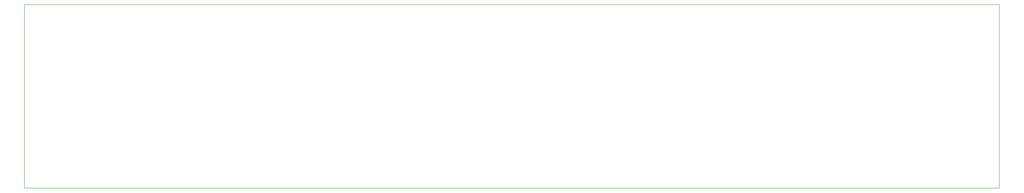
<source format=gbr>
%TF.GenerationSoftware,KiCad,Pcbnew,(6.0.7)*%
%TF.CreationDate,2023-09-04T09:41:36+01:00*%
%TF.ProjectId,CCC_rig_backplane,4343435f-7269-4675-9f62-61636b706c61,rev?*%
%TF.SameCoordinates,Original*%
%TF.FileFunction,Profile,NP*%
%FSLAX46Y46*%
G04 Gerber Fmt 4.6, Leading zero omitted, Abs format (unit mm)*
G04 Created by KiCad (PCBNEW (6.0.7)) date 2023-09-04 09:41:36*
%MOMM*%
%LPD*%
G01*
G04 APERTURE LIST*
%TA.AperFunction,Profile*%
%ADD10C,0.200000*%
%TD*%
G04 APERTURE END LIST*
D10*
X13650000Y-13867600D02*
X437650000Y-13867600D01*
X437650000Y-13867600D02*
X437650000Y-93867600D01*
X437650000Y-93867600D02*
X13650000Y-93867600D01*
X13650000Y-93867600D02*
X13650000Y-13867600D01*
M02*

</source>
